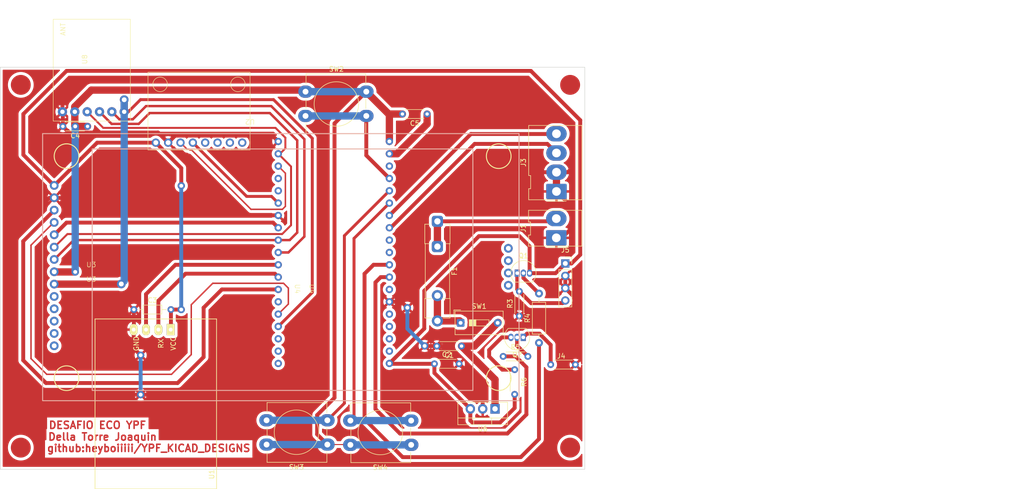
<source format=kicad_pcb>
(kicad_pcb (version 20241229) (generator "pcbnew") (generator_version "9.0")
  (layers (0 "F.Cu" signal) (2 "B.Cu" signal) (13 "F.Paste" user) (15 "B.Paste" user) (5 "F.SilkS" user "F.Silkscreen") (7 "B.SilkS" user "B.Silkscreen") (1 "F.Mask" user) (3 "B.Mask" user) (25 "Edge.Cuts" user))
  (net 0 "")
  (net 1 "GND")
  (net 2 "Net-(J1-Pin_2)")
  (net 3 "VCC")
  (net 4 "Net-(J4-Pin_1)")
  (net 5 "Net-(Q1-B)")
  (net 6 "Net-(Q2-C)")
  (net 7 "Net-(Q2-B)")
  (net 8 "ACS")
  (net 9 "Servo_C")
  (net 10 "Bocina_C")
  (net 11 "VBAT_U")
  (net 12 "VIN")
  (net 13 "Option1")
  (net 14 "3.3V")
  (net 15 "Option2")
  (net 16 "Option3")
  (net 17 "RX_GPS")
  (net 18 "TX_GPS")
  (net 19 "SCL_MPU")
  (net 20 "SDA_MPU")
  (net 22 "SCK_Lora_TFT")
  (net 25 "RST_TFT")
  (net 26 "MISO_LORA_TFT")
  (net 27 "CS_TFT")
  (net 30 "DC_TFT")
  (net 32 "MOSI_Lora_TFT")
  (net 38 "Net-(U4-EN)")
  (net 55 "CS_Lora")
  (net 56 "Net-(SW1A-A)")
  (net 57 "Net-(J5-Pin_4)")
  (footprint "LORA:SHIELD XL1278" (layer "F.Cu") (at 80.055 19.095 90)
    (property "Reference" "U8" (at -8.255 9.025 90) (layer "F.SilkS") (effects (font (thickness 0.1))))
    (property "Value" "~")
    (fp_text user "ANT" (at -3.45 5.15 90) (layer "F.SilkS") (effects (font (thickness 0.1)) (justify left bottom)))
    (pad "1" thru_hole circle (at -19.05 4.445 90) (size 1.905 1.905) (drill 0.9) (layers "*.Cu" "*.Mask") (net 1 "GND"))
    (pad "5" thru_hole circle (at -19.05 6.985 90) (size 1.905 1.905) (drill 0.9) (layers "*.Cu" "*.Mask") (net 14 "3.3V"))
    (pad "7" thru_hole circle (at -19.05 9.525 90) (size 1.905 1.905) (drill 0.9) (layers "*.Cu" "*.Mask") (net 32 "MOSI_Lora_TFT"))
    (pad "8" thru_hole circle (at -19.05 12.065 90) (size 1.905 1.905) (drill 0.9) (layers "*.Cu" "*.Mask") (net 22 "SCK_Lora_TFT"))
    (pad "9" thru_hole circle (at -19.05 14.605 90) (size 1.905 1.905) (drill 0.9) (layers "*.Cu" "*.Mask") (net 55 "CS_Lora"))
    (pad "11" thru_hole circle (at -19.05 17.145 90) (size 1.905 1.905) (drill 0.9) (layers "*.Cu" "*.Mask") (net 26 "MISO_LORA_TFT"))
  )
  (footprint "Package_TO_SOT_THT:TO-92_Inline" (layer "F.Cu") (at 178.054 71.374)
    (property "Reference" "Q1" (at 1.27 -3.56 0) (layer "F.SilkS"))
    (property "Value" "2N3904")
    (pad "1" thru_hole rect (at 0 0) (size 1.05 1.5) (drill 0.75) (layers "*.Cu" "*.Mask") (net 57 "Net-(J5-Pin_4)"))
    (pad "2" thru_hole oval (at 1.27 0) (size 1.05 1.5) (drill 0.75) (layers "*.Cu" "*.Mask") (net 5 "Net-(Q1-B)"))
    (pad "3" thru_hole oval (at 2.54 0) (size 1.05 1.5) (drill 0.75) (layers "*.Cu" "*.Mask") (net 3 "VCC"))
  )
  (footprint "" (layer "F.Cu") (at 108.93 78.87)
    (property "Reference" "" (at 0 0 0) (layer "F.SilkS") (effects (font (size 1.27 1.27))))
    (property "Value" "")
    (pad "" thru_hole circle (at 0 0 270) (size 1.5 1.5) (drill 0.8) (property pad_prop_mechanical) (layers "*.Cu" "*.Mask") (net 3 "VCC"))
  )
  (footprint "Package_TO_SOT_THT:TO-220-3_Vertical" (layer "F.Cu") (at 173.482 99.314 180)
    (property "Reference" "U6" (at 2.54 -4.1 0) (layer "F.SilkS"))
    (property "Value" "L7805")
    (pad "1" thru_hole rect (at 0 0 180) (size 1.905 2) (drill 1.1) (layers "*.Cu" "*.Mask") (net 12 "VIN"))
    (pad "2" thru_hole oval (at 2.54 0 180) (size 1.905 2) (drill 1.1) (layers "*.Cu" "*.Mask") (net 1 "GND"))
    (pad "3" thru_hole oval (at 5.08 0 180) (size 1.905 2) (drill 1.1) (layers "*.Cu" "*.Mask") (net 3 "VCC"))
  )
  (footprint "Resistor_THT:R_Axial_DIN0204_L3.6mm_D1.6mm_P5.08mm_Horizontal" (layer "F.Cu") (at 89.662 41.148 180)
    (property "Reference" "C4" (at 2.54 -1.92 0) (layer "F.SilkS"))
    (property "Value" "1uF")
    (pad "1" thru_hole circle (at 0 0 180) (size 1.4 1.4) (drill 0.7) (layers "*.Cu" "*.Mask") (net 14 "3.3V"))
    (pad "2" thru_hole circle (at 5.08 0 180) (size 1.4 1.4) (drill 0.7) (layers "*.Cu" "*.Mask") (net 1 "GND"))
  )
  (footprint "Resistor_THT:R_Axial_DIN0204_L3.6mm_D1.6mm_P5.08mm_Horizontal" (layer "F.Cu") (at 175.154 88.514)
    (property "Reference" "R5" (at 2.54 -1.92 0) (layer "F.SilkS"))
    (property "Value" "10k")
    (pad "1" thru_hole circle (at 0 0) (size 1.4 1.4) (drill 0.7) (layers "*.Cu" "*.Mask") (net 10 "Bocina_C"))
    (pad "2" thru_hole circle (at 5.08 0) (size 1.4 1.4) (drill 0.7) (layers "*.Cu" "*.Mask") (net 7 "Net-(Q2-B)"))
  )
  (footprint "my_esp32:esp32" (layer "F.Cu") (at 135.32 74.61 -90)
    (property "Reference" "U4" (at 0 -0.5 270) (layer "F.SilkS") (effects (font (thickness 0.1))))
    (property "Value" "~")
    (fp_text user "${REFERENCE}" (at 0 2.5 270) (layer "F.SilkS") (effects (font (thickness 0.1))))
    (pad "1" thru_hole circle (at -30.36 -16.43 270) (size 1.5 1.5) (drill 0.8) (property pad_prop_mechanical) (layers "*.Cu" "*.Mask") (net 14 "3.3V"))
    (pad "2" thru_hole circle (at -27.82 -16.43 270) (size 1.5 1.5) (drill 0.8) (property pad_prop_mechanical) (layers "*.Cu" "*.Mask") (net 38 "Net-(U4-EN)"))
    (pad "3" thru_hole circle (at -25.28 -16.43 270) (size 1.5 1.5) (drill 0.8) (property pad_prop_mechanical) (layers "*.Cu" "*.Mask"))
    (pad "4" thru_hole circle (at -22.74 -16.43 270) (size 1.5 1.5) (drill 0.8) (property pad_prop_mechanical) (layers "*.Cu" "*.Mask") (net 13 "Option1"))
    (pad "5" thru_hole circle (at -20.2 -16.43 270) (size 1.5 1.5) (drill 0.8) (property pad_prop_mechanical) (layers "*.Cu" "*.Mask") (net 15 "Option2"))
    (pad "6" thru_hole circle (at -17.66 -16.43 270) (size 1.5 1.5) (drill 0.8) (property pad_prop_mechanical) (layers "*.Cu" "*.Mask") (net 16 "Option3"))
    (pad "7" thru_hole circle (at -15.12 -16.43 270) (size 1.5 1.5) (drill 0.8) (property pad_prop_mechanical) (layers "*.Cu" "*.Mask") (net 11 "VBAT_U"))
    (pad "8" thru_hole circle (at -12.58 -16.43 270) (size 1.5 1.5) (drill 0.8) (property pad_prop_mechanical) (layers "*.Cu" "*.Mask") (net 8 "ACS"))
    (pad "9" thru_hole circle (at -10.04 -16.43 270) (size 1.5 1.5) (drill 0.8) (property pad_prop_mechanical) (layers "*.Cu" "*.Mask"))
    (pad "10" thru_hole circle (at -7.5 -16.43 270) (size 1.5 1.5) (drill 0.8) (property pad_prop_mechanical) (layers "*.Cu" "*.Mask"))
    (pad "11" thru_hole circle (at -4.96 -16.43 270) (size 1.5 1.5) (drill 0.8) (property pad_prop_mechanical) (layers "*.Cu" "*.Mask") (net 9 "Servo_C"))
    (pad "12" thru_hole circle (at -2.42 -16.43 270) (size 1.5 1.5) (drill 0.8) (property pad_prop_mechanical) (layers "*.Cu" "*.Mask") (net 10 "Bocina_C"))
    (pad "13" thru_hole circle (at 0.12 -16.43 270) (size 1.5 1.5) (drill 0.8) (property pad_prop_mechanical) (layers "*.Cu" "*.Mask"))
    (pad "14" thru_hole circle (at 2.66 -16.43 270) (size 1.5 1.5) (drill 0.8) (property pad_prop_mechanical) (layers "*.Cu" "*.Mask") (net 1 "GND"))
    (pad "15" thru_hole circle (at 5.2 -16.43 270) (size 1.5 1.5) (drill 0.8) (property pad_prop_mechanical) (layers "*.Cu" "*.Mask"))
    (pad "16" thru_hole circle (at 7.74 -16.43 270) (size 1.5 1.5) (drill 0.8) (property pad_prop_mechanical) (layers "*.Cu" "*.Mask"))
    (pad "17" thru_hole circle (at 10.28 -16.43 270) (size 1.5 1.5) (drill 0.8) (property pad_prop_mechanical) (layers "*.Cu" "*.Mask"))
    (pad "18" thru_hole circle (at 12.82 -16.43 270) (size 1.5 1.5) (drill 0.8) (property pad_prop_mechanical) (layers "*.Cu" "*.Mask"))
    (pad "19" thru_hole circle (at 15.36 -16.43 270) (size 1.5 1.5) (drill 0.8) (property pad_prop_mechanical) (layers "*.Cu" "*.Mask") (net 3 "VCC"))
    (pad "20" thru_hole circle (at -30.36 6.43 270) (size 1.5 1.5) (drill 0.8) (property pad_prop_mechanical) (layers "*.Cu" "*.Mask") (net 1 "GND"))
    (pad "21" thru_hole circle (at -27.82 6.43 270) (size 1.5 1.5) (drill 0.8) (property pad_prop_mechanical) (layers "*.Cu" "*.Mask") (net 32 "MOSI_Lora_TFT"))
    (pad "22" thru_hole circle (at -25.28 6.43 270) (size 1.5 1.5) (drill 0.8) (property pad_prop_mechanical) (layers "*.Cu" "*.Mask") (net 19 "SCL_MPU"))
    (pad "23" thru_hole circle (at -22.74 6.43 270) (size 1.5 1.5) (drill 0.8) (property pad_prop_mechanical) (layers "*.Cu" "*.Mask"))
    (pad "24" thru_hole circle (at -20.2 6.43 270) (size 1.5 1.5) (drill 0.8) (property pad_prop_mechanical) (layers "*.Cu" "*.Mask"))
    (pad "25" thru_hole circle (at -17.66 6.43 270) (size 1.5 1.5) (drill 0.8) (property pad_prop_mechanical) (layers "*.Cu" "*.Mask") (net 20 "SDA_MPU"))
    (pad "26" thru_hole circle (at -15.12 6.43 270) (size 1.5 1.5) (drill 0.8) (property pad_prop_mechanical) (layers "*.Cu" "*.Mask") (net 1 "GND"))
    (pad "27" thru_hole circle (at -12.58 6.43 270) (size 1.5 1.5) (drill 0.8) (property pad_prop_mechanical) (layers "*.Cu" "*.Mask") (net 30 "DC_TFT"))
    (pad "28" thru_hole circle (at -10.04 6.43 270) (size 1.5 1.5) (drill 0.8) (property pad_prop_mechanical) (layers "*.Cu" "*.Mask") (net 22 "SCK_Lora_TFT"))
    (pad "29" thru_hole circle (at -7.5 6.43 270) (size 1.5 1.5) (drill 0.8) (property pad_prop_mechanical) (layers "*.Cu" "*.Mask") (net 55 "CS_Lora"))
    (pad "30" thru_hole circle (at -4.96 6.43 270) (size 1.5 1.5) (drill 0.8) (property pad_prop_mechanical) (layers "*.Cu" "*.Mask") (net 18 "TX_GPS"))
    (pad "31" thru_hole circle (at -2.42 6.43 270) (size 1.5 1.5) (drill 0.8) (property pad_prop_mechanical) (layers "*.Cu" "*.Mask") (net 17 "RX_GPS"))
    (pad "32" thru_hole circle (at 0.12 6.43 270) (size 1.5 1.5) (drill 0.8) (property pad_prop_mechanical) (layers "*.Cu" "*.Mask") (net 27 "CS_TFT"))
    (pad "33" thru_hole circle (at 2.66 6.43 270) (size 1.5 1.5) (drill 0.8) (property pad_prop_mechanical) (layers "*.Cu" "*.Mask"))
    (pad "34" thru_hole circle (at 5.2 6.43 270) (size 1.5 1.5) (drill 0.8) (property pad_prop_mechanical) (layers "*.Cu" "*.Mask") (net 25 "RST_TFT"))
    (pad "35" thru_hole circle (at 7.74 6.43 270) (size 1.5 1.5) (drill 0.8) (property pad_prop_mechanical) (layers "*.Cu" "*.Mask") (net 26 "MISO_LORA_TFT"))
    (pad "36" thru_hole circle (at 10.28 6.43 270) (size 1.5 1.5) (drill 0.8) (property pad_prop_mechanical) (layers "*.Cu" "*.Mask"))
    (pad "37" thru_hole circle (at 12.82 6.43 270) (size 1.5 1.5) (drill 0.8) (property pad_prop_mechanical) (layers "*.Cu" "*.Mask"))
    (pad "38" thru_hole circle (at 15.36 6.43 270) (size 1.5 1.5) (drill 0.8) (property pad_prop_mechanical) (layers "*.Cu" "*.Mask"))
  )
  (footprint "Resistor_THT:R_Axial_DIN0204_L3.6mm_D1.6mm_P7.62mm_Horizontal" (layer "F.Cu") (at 99.19 78.87)
    (property "Reference" "C3" (at 3.81 -1.92 0) (layer "F.SilkS"))
    (property "Value" "1uF")
    (pad "1" thru_hole circle (at 0 0) (size 1.4 1.4) (drill 0.7) (layers "*.Cu" "*.Mask") (net 1 "GND"))
    (pad "2" thru_hole circle (at 7.62 0) (size 1.4 1.4) (drill 0.7) (layers "*.Cu" "*.Mask") (net 3 "VCC"))
  )
  (footprint "Button_Switch_THT:SW_PUSH-12mm_Wuerth-430476085716" (layer "F.Cu") (at 134.5 34)
    (property "Reference" "SW2" (at 6.35 -4.66 0) (layer "F.SilkS"))
    (property "Value" "SW1")
    (pad "1" thru_hole oval (at 0 0) (size 3 2.5) (drill 1.2) (layers "*.Cu" "*.Mask") (net 14 "3.3V"))
    (pad "1" thru_hole oval (at 12.5 0) (size 3 2.5) (drill 1.2) (layers "*.Cu" "*.Mask") (net 14 "3.3V"))
    (pad "2" thru_hole oval (at 0 5) (size 3 2.5) (drill 1.2) (layers "*.Cu" "*.Mask") (net 13 "Option1"))
    (pad "2" thru_hole oval (at 12.5 5) (size 3 2.5) (drill 1.2) (layers "*.Cu" "*.Mask") (net 13 "Option1"))
  )
  (footprint "Package_TO_SOT_THT:TO-92_Inline" (layer "F.Cu") (at 179.294 84.594 180)
    (property "Reference" "Q2" (at 1.27 -3.56 0) (layer "F.SilkS"))
    (property "Value" "2N3904")
    (pad "1" thru_hole rect (at 0 0 180) (size 1.05 1.5) (drill 0.75) (layers "*.Cu" "*.Mask") (net 4 "Net-(J4-Pin_1)"))
    (pad "2" thru_hole oval (at 1.27 0 180) (size 1.05 1.5) (drill 0.75) (layers "*.Cu" "*.Mask") (net 7 "Net-(Q2-B)"))
    (pad "3" thru_hole oval (at 2.54 0 180) (size 1.05 1.5) (drill 0.75) (layers "*.Cu" "*.Mask") (net 6 "Net-(Q2-C)"))
  )
  (footprint "MPU6050:module_MPU6050" (layer "F.Cu") (at 119.09 36.5 90)
    (property "Reference" "U2" (at -3.69 3.99 180) (layer "F.SilkS") (effects (font (thickness 0.1))))
    (property "Value" "module_mpu6050")
    (pad "1" thru_hole circle (at -8 -15.39 90) (size 1.7 1.7) (drill 1) (layers "*.Cu" "*.Mask") (net 3 "VCC"))
    (pad "2" thru_hole circle (at -8 -12.85 90) (size 1.7 1.7) (drill 1) (layers "*.Cu" "*.Mask") (net 1 "GND"))
    (pad "3" thru_hole circle (at -8 -10.31 90) (size 1.7 1.7) (drill 1) (layers "*.Cu" "*.Mask") (net 19 "SCL_MPU"))
    (pad "4" thru_hole circle (at -8 -7.77 90) (size 1.7 1.7) (drill 1) (layers "*.Cu" "*.Mask") (net 20 "SDA_MPU"))
    (pad "5" thru_hole circle (at -8 -5.23 90) (size 1.7 1.7) (drill 1) (layers "*.Cu" "*.Mask"))
    (pad "6" thru_hole circle (at -8 -2.69 90) (size 1.7 1.7) (drill 1) (layers "*.Cu" "*.Mask"))
    (pad "7" thru_hole circle (at -8 -0.15 90) (size 1.7 1.7) (drill 1) (layers "*.Cu" "*.Mask"))
    (pad "8" thru_hole circle (at -8 2.39 90) (size 1.7 1.7) (drill 1) (layers "*.Cu" "*.Mask"))
  )
  (footprint "GY-NEO6MV2:GY-NEO6MV2" (layer "F.Cu") (at 116.2 80.8 90)
    (property "Reference" "U1" (at -32 -1 90) (layer "F.SilkS"))
    (property "Value" "~")
    (fp_text user "RX" (at -5.08 -11.43 90) (layer "F.SilkS"))
    (fp_text user "VCC" (at -5.08 -8.89 90) (layer "F.SilkS"))
    (fp_text user "GND" (at -5.08 -16.51 90) (layer "F.SilkS"))
    (pad "1" thru_hole rect (at -2.2 -9.43 90) (size 2.3 1.6) (drill 0.8) (layers "*.Cu" "*.Mask" "F.SilkS") (net 3 "VCC"))
    (pad "2" thru_hole oval (at -2.2 -11.97 90) (size 2.3 1.6) (drill 0.8) (layers "*.Cu" "*.Mask" "F.SilkS") (net 17 "RX_GPS"))
    (pad "3" thru_hole oval (at -2.2 -14.51 90) (size 2.3 1.6) (drill 0.8) (layers "*.Cu" "*.Mask" "F.SilkS") (net 18 "TX_GPS"))
    (pad "4" thru_hole oval (at -2.2 -17.05 90) (size 2.3 1.6) (drill 0.8) (layers "*.Cu" "*.Mask" "F.SilkS") (net 1 "GND"))
  )
  (footprint "Button_Switch_THT:SW_PUSH-12mm_Wuerth-430476085716" (layer "F.Cu") (at 156.23 106.73 180)
    (property "Reference" "SW4" (at 6.35 -4.66 0) (layer "F.SilkS"))
    (property "Value" "SW_DPST_x2")
    (pad "1" thru_hole oval (at 0 0 180) (size 3 2.5) (drill 1.2) (layers "*.Cu" "*.Mask") (net 14 "3.3V"))
    (pad "1" thru_hole oval (at 12.5 0 180) (size 3 2.5) (drill 1.2) (layers "*.Cu" "*.Mask") (net 14 "3.3V"))
    (pad "2" thru_hole oval (at 0 5 180) (size 3 2.5) (drill 1.2) (layers "*.Cu" "*.Mask") (net 16 "Option3"))
    (pad "2" thru_hole oval (at 12.5 5 180) (size 3 2.5) (drill 1.2) (layers "*.Cu" "*.Mask") (net 16 "Option3"))
  )
  (footprint "" (layer "F.Cu") (at 96.6 73.6)
    (property "Reference" "" (at 0 0 0) (layer "F.SilkS") (effects (font (size 1.27 1.27))))
    (property "Value" "")
    (pad "9" thru_hole circle (at 0 0) (size 1.8 1.8) (drill 1) (layers "*.Cu" "*.Mask") (net 26 "MISO_LORA_TFT"))
  )
  (footprint "Resistor_THT:R_Axial_DIN0204_L3.6mm_D1.6mm_P5.08mm_Horizontal" (layer "F.Cu") (at 159.512 38.608 180)
    (property "Reference" "C5" (at 2.54 -1.92 0) (layer "F.SilkS"))
    (property "Value" "1uF")
    (pad "1" thru_hole circle (at 0 0 180) (size 1.4 1.4) (drill 0.7) (layers "*.Cu" "*.Mask") (net 38 "Net-(U4-EN)"))
    (pad "2" thru_hole circle (at 5.08 0 180) (size 1.4 1.4) (drill 0.7) (layers "*.Cu" "*.Mask") (net 14 "3.3V"))
  )
  (footprint "" (layer "F.Cu") (at 87.122 41.148)
    (property "Reference" "" (at 0 0 0) (layer "F.SilkS") (effects (font (size 1.27 1.27))))
    (property "Value" "")
    (pad "" thru_hole circle (at 0 0 270) (size 1.5 1.5) (drill 0.8) (property pad_prop_mechanical) (layers "*.Cu" "*.Mask") (net 14 "3.3V"))
  )
  (footprint "" (layer "F.Cu") (at 100.584 88.265)
    (property "Reference" "" (at 0 0 0) (layer "F.SilkS") (effects (font (size 1.27 1.27))))
    (property "Value" "")
    (pad "" thru_hole circle (at 0 0 270) (size 1.5 1.5) (drill 0.8) (property pad_prop_mechanical) (layers "*.Cu" "*.Mask") (net 1 "GND"))
  )
  (footprint "Resistor_THT:R_Axial_DIN0204_L3.6mm_D1.6mm_P5.08mm_Horizontal" (layer "F.Cu") (at 178.484 80.204 90)
    (property "Reference" "R3" (at 2.54 -1.92 90) (layer "F.SilkS"))
    (property "Value" "10k")
    (pad "1" thru_hole circle (at 0 0 90) (size 1.4 1.4) (drill 0.7) (layers "*.Cu" "*.Mask") (net 1 "GND"))
    (pad "2" thru_hole circle (at 5.08 0 90) (size 1.4 1.4) (drill 0.7) (layers "*.Cu" "*.Mask") (net 57 "Net-(J5-Pin_4)"))
  )
  (footprint "Connector_Molex:Molex_KK-396_5273-02A_1x02_P3.96mm_Vertical" (layer "F.Cu") (at 186.09 64.1 90)
    (property "Reference" "J1" (at 1.98 -6.8 90) (layer "F.SilkS"))
    (property "Value" "BATERIAS_PC")
    (pad "1" thru_hole roundrect (at 0 0 90) (size 3.16 4.2) (drill 1.8) (layers "*.Cu" "*.Mask") (roundrect_rratio 0.079114) (net 1 "GND"))
    (pad "2" thru_hole oval (at 3.96 0 90) (size 3.16 4.2) (drill 1.8) (layers "*.Cu" "*.Mask") (net 2 "Net-(J1-Pin_2)"))
  )
  (footprint "Fuse:Fuseholder_Clip-5x20mm_Littelfuse_445-030_Inline_P20.50x5.20mm_D1.30mm_Horizontal" (layer "F.Cu") (at 161.63 60.7 -90)
    (property "Reference" "F1" (at 10.25 -3.5 90) (layer "F.SilkS"))
    (property "Value" "Fuse")
    (pad "1" thru_hole roundrect (at 0 0 270) (size 2.3 2.3) (drill 1.3) (layers "*.Cu" "*.Mask") (net 2 "Net-(J1-Pin_2)"))
    (pad "1" thru_hole roundrect (at 5.2 0 270) (size 2.3 2.3) (drill 1.3) (layers "*.Cu" "*.Mask") (net 2 "Net-(J1-Pin_2)"))
    (pad "2" thru_hole circle (at 15.3 0 270) (size 2.3 2.3) (drill 1.3) (layers "*.Cu" "*.Mask") (net 56 "Net-(SW1A-A)"))
    (pad "2" thru_hole circle (at 20.5 0 270) (size 2.3 2.3) (drill 1.3) (layers "*.Cu" "*.Mask") (net 56 "Net-(SW1A-A)"))
  )
  (footprint "Resistor_THT:R_Axial_DIN0204_L3.6mm_D1.6mm_P5.08mm_Horizontal" (layer "F.Cu") (at 166.59 86.39 180)
    (property "Reference" "C1" (at 2.54 -1.92 0) (layer "F.SilkS"))
    (property "Value" "1uF")
    (pad "1" thru_hole circle (at 0 0 180) (size 1.4 1.4) (drill 0.7) (layers "*.Cu" "*.Mask") (net 12 "VIN"))
    (pad "2" thru_hole circle (at 5.08 0 180) (size 1.4 1.4) (drill 0.7) (layers "*.Cu" "*.Mask") (net 1 "GND"))
  )
  (footprint "Connector_Molex:Molex_KK-396_5273-04A_1x04_P3.96mm_Vertical" (layer "F.Cu") (at 186.12 54.55 90)
    (property "Reference" "J3" (at 5.94 -6.8 90) (layer "F.SilkS"))
    (property "Value" "Screw_Terminal_01x04")
    (pad "1" thru_hole roundrect (at 0 0 90) (size 3.16 4.2) (drill 1.8) (layers "*.Cu" "*.Mask") (roundrect_rratio 0.079114) (net 1 "GND"))
    (pad "2" thru_hole oval (at 3.96 0 90) (size 3.16 4.2) (drill 1.8) (layers "*.Cu" "*.Mask") (net 1 "GND"))
    (pad "3" thru_hole oval (at 7.92 0 90) (size 3.16 4.2) (drill 1.8) (layers "*.Cu" "*.Mask") (net 8 "ACS"))
    (pad "4" thru_hole oval (at 11.88 0 90) (size 3.16 4.2) (drill 1.8) (layers "*.Cu" "*.Mask") (net 11 "VBAT_U"))
  )
  (footprint "" (layer "F.Cu") (at 87.122 71.12)
    (property "Reference" "" (at 0 0 0) (layer "F.SilkS") (effects (font (size 1.27 1.27))))
    (property "Value" "")
    (pad "" thru_hole circle (at 0 0 270) (size 1.5 1.5) (drill 0.8) (property pad_prop_mechanical) (layers "*.Cu" "*.Mask") (net 14 "3.3V"))
  )
  (footprint "" (layer "F.Cu") (at 108.94 53.38)
    (property "Reference" "" (at 0 0 0) (layer "F.SilkS") (effects (font (size 1.27 1.27))))
    (property "Value" "")
    (pad "" thru_hole circle (at 0 0 270) (size 1.5 1.5) (drill 0.8) (property pad_prop_mechanical) (layers "*.Cu" "*.Mask") (net 3 "VCC"))
  )
  (footprint "Connector_PinSocket_2.54mm:PinSocket_1x04_P2.54mm_Vertical" (layer "F.Cu") (at 187.94 69.38)
    (property "Reference" "J5" (at 0 -2.77 0) (layer "F.SilkS"))
    (property "Value" "Screw_Terminal_01x04")
    (pad "1" thru_hole rect (at 0 0) (size 1.7 1.7) (drill 1) (layers "*.Cu" "*.Mask") (net 3 "VCC"))
    (pad "2" thru_hole circle (at 0 2.54) (size 1.7 1.7) (drill 1) (layers "*.Cu" "*.Mask") (net 1 "GND"))
    (pad "3" thru_hole circle (at 0 5.08) (size 1.7 1.7) (drill 1) (layers "*.Cu" "*.Mask") (net 1 "GND"))
    (pad "4" thru_hole circle (at 0 7.62) (size 1.7 1.7) (drill 1) (layers "*.Cu" "*.Mask") (net 57 "Net-(J5-Pin_4)"))
  )
  (footprint "" (layer "F.Cu") (at 159.004 86.36)
    (property "Reference" "" (at 0 0 0) (layer "F.SilkS") (effects (font (size 1.27 1.27))))
    (property "Value" "")
    (pad "" thru_hole circle (at 0 0 270) (size 1.5 1.5) (drill 0.8) (property pad_prop_mechanical) (layers "*.Cu" "*.Mask") (net 1 "GND"))
  )
  (footprint "" (layer "F.Cu") (at 155.448 78.486)
    (property "Reference" "" (at 0 0 0) (layer "F.SilkS") (effects (font (size 1.27 1.27))))
    (property "Value" "")
    (pad "" thru_hole circle (at 0 0 270) (size 1.5 1.5) (drill 0.8) (property pad_prop_mechanical) (layers "*.Cu" "*.Mask") (net 1 "GND"))
  )
  (footprint "MODULOS:tft_3.5_display" (layer "F.Cu") (at 90.42 70.1375)
    (property "Reference" "U3" (at 0 -0.5 0) (layer "F.SilkS") (effects (font (thickness 0.1))))
    (property "Value" "~")
    (fp_text user "${REFERENCE}" (at 0 2.5 0) (layer "F.SilkS") (effects (font (thickness 0.1))))
    (pad "1" thru_hole circle (at -7.62 -16.8275) (size 1.8 1.8) (drill 1) (layers "*.Cu" "*.Mask") (net 3 "VCC"))
    (pad "2" thru_hole circle (at -7.62 -14.2875) (size 1.8 1.8) (drill 1) (layers "*.Cu" "*.Mask") (net 1 "GND"))
    (pad "3" thru_hole circle (at -7.62 -11.7475) (size 1.8 1.8) (drill 1) (layers "*.Cu" "*.Mask") (net 27 "CS_TFT"))
    (pad "4" thru_hole circle (at -7.62 -9.2075) (size 1.8 1.8) (drill 1) (layers "*.Cu" "*.Mask") (net 25 "RST_TFT"))
    (pad "5" thru_hole circle (at -7.62 -6.6675) (size 1.8 1.8) (drill 1) (layers "*.Cu" "*.Mask") (net 30 "DC_TFT"))
    (pad "6" thru_hole circle (at -7.62 -4.1275) (size 1.8 1.8) (drill 1) (layers "*.Cu" "*.Mask") (net 32 "MOSI_Lora_TFT"))
    (pad "7" thru_hole circle (at -7.62 -1.5875) (size 1.8 1.8) (drill 1) (layers "*.Cu" "*.Mask") (net 22 "SCK_Lora_TFT"))
    (pad "8" thru_hole circle (at -7.62 0.9525) (size 1.8 1.8) (drill 1) (layers "*.Cu" "*.Mask") (net 14 "3.3V"))
    (pad "9" thru_hole circle (at -7.62 3.4925) (size 1.8 1.8) (drill 1) (layers "*.Cu" "*.Mask") (net 26 "MISO_LORA_TFT"))
    (pad "10" thru_hole circle (at -7.62 6.0325) (size 1.8 1.8) (drill 1) (layers "*.Cu" "*.Mask"))
    (pad "11" thru_hole circle (at -7.62 8.5725) (size 1.8 1.8) (drill 1) (layers "*.Cu" "*.Mask"))
    (pad "12" thru_hole circle (at -7.62 11.1125) (size 1.8 1.8) (drill 1) (layers "*.Cu" "*.Mask"))
    (pad "13" thru_hole circle (at -7.62 13.6525) (size 1.8 1.8) (drill 1) (layers "*.Cu" "*.Mask"))
    (pad "14" thru_hole circle (at -7.62 16.1925) (size 1.8 1.8) (drill 1) (layers "*.Cu" "*.Mask"))
    (pad "15" thru_hole circle (at 85.8 -3.88) (size 1.8 1.8) (drill 1) (layers "*.Cu" "*.Mask"))
    (pad "16" thru_hole circle (at 85.8 -1.34) (size 1.8 1.8) (drill 1) (layers "*.Cu" "*.Mask"))
    (pad "17" thru_hole circle (at 85.8 1.2) (size 1.8 1.8) (drill 1) (layers "*.Cu" "*.Mask"))
    (pad "18" thru_hole circle (at 85.8 3.74) (size 1.8 1.8) (drill 1) (layers "*.Cu" "*.Mask"))
  )
  (footprint "" (layer "F.Cu") (at 100.584 96.393)
    (property "Reference" "" (at 0 0 0) (layer "F.SilkS") (effects (font (size 1.27 1.27))))
    (property "Value" "")
    (pad "" thru_hole circle (at 0 0 270) (size 1.5 1.5) (drill 0.8) (property pad_prop_mechanical) (layers "*.Cu" "*.Mask") (net 1 "GND"))
  )
  (footprint "Resistor_THT:R_Axial_DIN0207_L6.3mm_D2.5mm_P10.16mm_Horizontal" (layer "F.Cu") (at 182.524 85.724 90)
    (property "Reference" "R4" (at 5.08 -2.37 90) (layer "F.SilkS"))
    (property "Value" "10k")
    (pad "1" thru_hole circle (at 0 0 90) (size 1.6 1.6) (drill 0.8) (layers "*.Cu" "*.Mask") (net 9 "Servo_C"))
    (pad "2" thru_hole circle (at 10.16 0 90) (size 1.6 1.6) (drill 0.8) (layers "*.Cu" "*.Mask") (net 5 "Net-(Q1-B)"))
  )
  (footprint "" (layer "F.Cu") (at 97.2 35.66)
    (property "Reference" "" (at 0 0 0) (layer "F.SilkS") (effects (font (size 1.27 1.27))))
    (property "Value" "")
    (pad "9" thru_hole circle (at 0 0) (size 1.8 1.8) (drill 1) (layers "*.Cu" "*.Mask") (net 26 "MISO_LORA_TFT"))
  )
  (footprint "Resistor_THT:R_Axial_DIN0204_L3.6mm_D1.6mm_P5.08mm_Horizontal" (layer "F.Cu") (at 177.524 91.244 -90)
    (property "Reference" "R6" (at 2.54 -1.92 90) (layer "F.SilkS"))
    (property "Value" "10k")
    (pad "1" thru_hole circle (at 0 0 270) (size 1.4 1.4) (drill 0.7) (layers "*.Cu" "*.Mask") (net 6 "Net-(Q2-C)"))
    (pad "2" thru_hole circle (at 5.08 0 270) (size 1.4 1.4) (drill 0.7) (layers "*.Cu" "*.Mask") (net 3 "VCC"))
  )
  (footprint "Resistor_THT:R_Axial_DIN0204_L3.6mm_D1.6mm_P5.08mm_Horizontal" (layer "F.Cu") (at 184.93 90.2)
    (property "Reference" "J4" (at 2.166 -1.746 0) (layer "F.SilkS"))
    (property "Value" "BOCINA")
    (pad "1" thru_hole circle (at 0 0) (size 1.4 1.4) (drill 0.7) (layers "*.Cu" "*.Mask") (net 4 "Net-(J4-Pin_1)"))
    (pad "2" thru_hole circle (at 5.08 0) (size 1.4 1.4) (drill 0.7) (layers "*.Cu" "*.Mask") (net 1 "GND"))
  )
  (footprint "Button_Switch_THT:SW_PUSH-12mm_Wuerth-430476085716" (layer "F.Cu") (at 138.99 106.67 180)
    (property "Reference" "SW3" (at 6.35 -4.66 0) (layer "F.SilkS"))
    (property "Value" "SW_DPST_x2")
    (pad "1" thru_hole oval (at 0 0 180) (size 3 2.5) (drill 1.2) (layers "*.Cu" "*.Mask") (net 14 "3.3V"))
    (pad "1" thru_hole oval (at 12.5 0 180) (size 3 2.5) (drill 1.2) (layers "*.Cu" "*.Mask") (net 14 "3.3V"))
    (pad "2" thru_hole oval (at 0 5 180) (size 3 2.5) (drill 1.2) (layers "*.Cu" "*.Mask") (net 15 "Option2"))
    (pad "2" thru_hole oval (at 12.5 5 180) (size 3 2.5) (drill 1.2) (layers "*.Cu" "*.Mask") (net 15 "Option2"))
  )
  (footprint "Resistor_THT:R_Axial_DIN0204_L3.6mm_D1.6mm_P5.08mm_Horizontal" (layer "F.Cu") (at 161.01 90.04)
    (property "Reference" "C2" (at 2.54 -1.92 0) (layer "F.SilkS"))
    (property "Value" "0.33uF")
    (pad "1" thru_hole circle (at 0 0) (size 1.4 1.4) (drill 0.7) (layers "*.Cu" "*.Mask") (net 3 "VCC"))
    (pad "2" thru_hole circle (at 5.08 0) (size 1.4 1.4) (drill 0.7) (layers "*.Cu" "*.Mask") (net 1 "GND"))
  )
  (footprint "Button_Switch_THT:SW_DIP_SPSTx01_Slide_9.78x4.72mm_W7.62mm_P2.54mm" (layer "F.Cu") (at 166.4 81.61)
    (property "Reference" "SW1" (at 3.81 -3.42 0) (layer "F.SilkS"))
    (property "Value" "SW_DPST_x2")
    (pad "1" thru_hole roundrect (at 0 0) (size 1.6 1.6) (drill 0.8) (layers "*.Cu" "*.Mask") (roundrect_rratio 0.15625) (net 56 "Net-(SW1A-A)"))
    (pad "2" thru_hole circle (at 7.62 0) (size 1.6 1.6) (drill 0.8) (layers "*.Cu" "*.Mask") (net 12 "VIN"))
  )
  (gr_circle (center 75.93 107.3) (end 77.93 107.3) (stroke (width 0.1)) (fill yes) (layer "F.Cu"))
  (gr_circle (center 75.93 32.6) (end 77.93 32.6) (stroke (width 0.1)) (fill yes) (layer "F.Cu"))
  (gr_circle (center 188.93 32.6) (end 190.93 32.6) (stroke (width 0.1)) (fill yes) (layer "F.Cu"))
  (gr_circle (center 188.93 107.3) (end 190.93 107.3) (stroke (width 0.1)) (fill yes) (layer "F.Cu"))
  (gr_rect (start 71.701 28.974) (end 191.951 111.76) (stroke (width 0.1)) (fill no) (layer "Edge.Cuts"))
  (gr_text "github:heyboiiiii/YPF_KICAD_DESIGNS" (at 81.19 108.3 0) (layer "F.Cu") (effects (font (size 1.5 1.5) (thickness 0.3) (bold yes)) (justify left bottom)))
  (gr_text "Della Torre Joaquin" (at 81.4 105.95 0) (layer "F.Cu") (effects (font (size 1.5 1.5) (thickness 0.3) (bold yes)) (justify left bottom)))
  (gr_text "DESAFIO ECO YPF\n" (at 81.54 103.55 0) (layer "F.Cu") (effects (font (size 1.5 1.5) (thickness 0.3) (bold yes)) (justify left bottom)))
  (segment (start 185.42 55.25) (end 186.12 54.55) (width 0.8) (layer "F.Cu") (net 1))
  (segment (start 137.922 33.038) (end 137.922 94.722) (width 0.8) (layer "F.Cu") (net 1))
  (segment (start 151.75 77.27) (end 154.232 77.27) (width 0.8) (layer "F.Cu") (net 1))
  (segment (start 186.12 50.59) (end 188.46 50.59) (width 0.8) (layer "F.Cu") (net 1))
  (segment (start 163.826 84.074) (end 167.132 84.074) (width 0.8) (layer "F.Cu") (net 1))
  (segment (start 136.4816 31.5976) (end 137.922 33.038) (width 0.8) (layer "F.Cu") (net 1))
  (segment (start 178.484 80.204) (end 188.546 80.204) (width 0.8) (layer "F.Cu") (net 1))
  (segment (start 85.852 42.418) (end 104.158 42.418) (width 0.8) (layer "F.Cu") (net 1))
  (segment (start 153.26 77.27) (end 157.48 73.05) (width 0.8) (layer "F.Cu") (net 1))
  (segment (start 135.997 96.393) (end 100.584 96.393) (width 0.8) (layer "F.Cu") (net 1))
  (segment (start 189.4 61.94) (end 189.4 57.83) (width 0.8) (layer "F.Cu") (net 1))
  (segment (start 137.922 94.722) (end 136.124 96.52) (width 0.8) (layer "F.Cu") (net 1))
  (segment (start 107.691 43.049) (end 106.24 44.5) (width 0.8) (layer "F.Cu") (net 1))
  (segment (start 161.51 86.39) (end 159.034 86.39) (width 0.8) (layer "F.Cu") (net 1))
  (segment (start 188.546 88.736) (end 190.01 90.2) (width 0.8) (layer "F.Cu") (net 1))
  (segment (start 104.158 42.418) (end 106.24 44.5) (width 0.8) (layer "F.Cu") (net 1))
  (segment (start 167.132 84.074) (end 172.466 78.74) (width 0.8) (layer "F.Cu") (net 1))
  (segment (start 78.633 96.393) (end 100.584 96.393) (width 0.8) (layer "F.Cu") (net 1))
  (segment (start 187.94 71.92) (end 187.94 74.46) (width 0.8) (layer "F.Cu") (net 1))
  (segment (start 73.66 91.42) (end 78.633 96.393) (width 0.8) (layer "F.Cu") (net 1))
  (segment (start 178.484 80.204) (end 177.02 78.74) (width 0.8) (layer "F.Cu") (net 1))
  (segment (start 161.51 86.39) (end 163.826 84.074) (width 0.8) (layer "F.Cu") (net 1))
  (segment (start 99.19 82.96) (end 99.15 83) (width 0.8) (layer "F.Cu") (net 1))
  (segment (start 189.36 49.69) (end 189.36 41.7098) (width 0.8) (layer "F.Cu") (net 1))
  (segment (start 187.24 64.1) (end 189.4 61.94) (width 0.8) (layer "F.Cu") (net 1))
  (segment (start 84.5 36.15) (end 89.0524 31.5976) (width 0.8) (layer "F.Cu") (net 1))
  (segment (start 128.89 44.25) (end 127.689 43.049) (width 0.8) (layer "F.Cu") (net 1))
  (segment (start 99.19 78.87) (end 99.19 82.96) (width 0.8) (layer "F.Cu") (net 1))
  (segment (start 188.546 80.204) (end 188.546 88.736) (width 0.8) (layer "F.Cu") (net 1))
  (segment (start 159.034 86.39) (end 159.004 86.36) (width 0.8) (layer "F.Cu") (net 1))
  (segment (start 122.18435 59.4614) (end 128.8614 59.4614) (width 0.8) (layer "F.Cu") (net 1))
  (segment (start 82.793 55.8865) (end 86.9761 55.8865) (width 0.8) (layer "F.Cu") (net 1))
  (segment (start 139.3116 31.6484) (end 137.922 33.038) (width 0.8) (layer "F.Cu") (net 1))
  (segment (start 177.02 78.74) (end 172.466 78.74) (width 0.8) (layer "F.Cu") (net 1))
  (segment (start 73.66 64.008) (end 73.66 91.42) (width 0.8) (layer "F.Cu") (net 1))
  (segment (start 121.24455 58.5216) (end 122.18435 59.4614) (width 0.8) (layer "F.Cu") (net 1))
  (segment (start 170.942 94.892) (end 170.942 99.314) (width 0.8) (layer "F.Cu") (net 1))
  (segment (start 188.546 80.204) (end 190.38 78.37) (width 0.8) (layer "F.Cu") (net 1))
  (segment (start 190.38 78.37) (end 190.38 76.9) (width 0.8) (layer "F.Cu") (net 1))
  (segment (start 128.8614 59.4614) (end 128.89 59.49) (width 0.8) (layer "F.Cu") (net 1))
  (segment (start 86.9761 55.8865) (end 89.6112 58.5216) (width 0.8) (layer "F.Cu") (net 1))
  (segment (start 136.124 96.52) (end 135.997 96.393) (width 0.8) (layer "F.Cu") (net 1))
  (segment (start 189.4 57.83) (end 186.12 54.55) (width 0.8) (layer "F.Cu") (net 1))
  (segment (start 157.48 59.9186) (end 166.8086 50.59) (width 0.8) (layer "F.Cu") (net 1))
  (segment (start 190.38 76.9) (end 187.94 74.46) (width 0.8) (layer "F.Cu") (net 1))
  (segment (start 127.689 43.049) (end 107.691 43.049) (width 0.8) (layer "F.Cu") (net 1))
  (segment (start 99.15 83) (end 99.15 86.831) (width 0.8) (layer "F.Cu") (net 1))
  (segment (start 154.232 77.27) (end 155.448 78.486) (width 0.8) (layer "F.Cu") (net 1))
  (segment (start 166.8086 50.59) (end 186.12 50.59) (width 0.8) (layer "F.Cu") (net 1))
  (segment (start 188.46 50.59) (end 189.36 49.69) (width 0.8) (layer "F.Cu") (net 1))
  (segment (start 84.5 38.145) (end 84.5 36.15) (width 0.8) (layer "F.Cu") (net 1))
  (segment (start 186.09 64.1) (end 187.24 64.1) (width 0.8) (layer "F.Cu") (net 1))
  (segment (start 166.09 90.04) (end 170.942 94.892) (width 0.8) (layer "F.Cu") (net 1))
  (segment (start 82.793 55.8865) (end 81.7815 55.8865) (width 0.8) (layer "F.Cu") (net 1))
  (segment (start 84.582 41.148) (end 84.582 38.227) (width 0.8) (layer "F.Cu") (net 1))
  (segment (start 84.582 41.148) (end 85.852 42.418) (width 0.8) (layer "F.Cu") (net 1))
  (segment (start 84.582 38.227) (end 84.5 38.145) (width 0.8) (layer "F.Cu") (net 1))
  (segment (start 186.12 50.59) (end 186.12 54.55) (width 1.5) (layer "F.Cu") (net 1))
  (segment (start 189.36 41.7098) (end 179.2986 31.6484) (width 0.8) (layer "F.Cu") (net 1))
  (segment (start 161.51 86.39) (end 162.44 86.39) (width 0.8) (layer "F.Cu") (net 1))
  (segment (start 89.0524 31.5976) (end 136.4816 31.5976) (width 0.8) (layer "F.Cu") (net 1))
  (segment (start 151.75 77.27) (end 153.26 77.27) (width 0.8) (layer "F.Cu") (net 1))
  (segment (start 82.793 55.8865) (end 83.1135 55.8865) (width 0.8) (layer "F.Cu") (net 1))
  (segment (start 162.44 86.39) (end 166.09 90.04) (width 0.8) (layer "F.Cu") (net 1))
  (segment (start 81.7815 55.8865) (end 73.66 64.008) (width 0.8) (layer "F.Cu") (net 1))
  (segment (start 179.2986 31.6484) (end 139.3116 31.6484) (width 0.8) (layer "F.Cu") (net 1))
  (segment (start 89.6112 58.5216) (end 121.24455 58.5216) (width 0.8) (layer "F.Cu") (net 1))
  (segment (start 99.15 86.831) (end 100.584 88.265) (width 0.8) (layer "F.Cu") (net 1))
  (segment (start 157.48 73.05) (end 157.48 59.9186) (width 0.8) (layer "F.Cu") (net 1))
  (segment (start 155.448 78.486) (end 155.448 82.804) (width 0.8) (layer "B.Cu") (net 1))
  (segment (start 100.584 88.265) (end 100.584 96.393) (width 0.8) (layer "B.Cu") (net 1))
  (segment (start 155.448 82.804) (end 159.004 86.36) (width 0.8) (layer "B.Cu") (net 1))
  (segment (start 161.63 60.7) (end 185.53 60.7) (width 0.8) (layer "F.Cu") (net 2))
  (segment (start 161.63 60.7) (end 161.63 65.9) (width 1.5) (layer "F.Cu") (net 2))
  (segment (start 185.53 60.7) (end 186.09 60.14) (width 0.8) (layer "F.Cu") (net 2))
  (segment (start 103.7 44.5) (end 108.94 49.74) (width 0.8) (layer "F.Cu") (net 3))
  (segment (start 161.01 90.04) (end 161.01 91.922) (width 0.8) (layer "F.Cu") (net 3))
  (segment (start 191.008 67.58) (end 191.008 39.878) (width 0.8) (layer "F.Cu") (net 3))
  (segment (start 161.01 90.04) (end 151.82 90.04) (width 0.8) (layer "F.Cu") (net 3))
  (segment (start 106.81 78.87) (end 108.93 78.87) (width 0.8) (layer "F.Cu") (net 3))
  (segment (start 91.6395 44.5) (end 103.7 44.5) (width 0.8) (layer "F.Cu") (net 3))
  (segment (start 151.82 90.04) (end 151.75 89.97) (width 0.8) (layer "F.Cu") (net 3))
  (segment (start 158.9278 75.0062) (end 158.9278 82.7922) (width 0.8) (layer "F.Cu") (net 3))
  (segment (start 180.594 71.374) (end 180.594 65.854) (width 0.8) (layer "F.Cu") (net 3))
  (segment (start 174.5425 102.108) (end 177.524 99.1265) (width 0.8) (layer "F.Cu") (net 3))
  (segment (start 85.344 29.718) (end 76.454 38.608) (width 0.8) (layer "F.Cu") (net 3))
  (segment (start 180.594 71.374) (end 185.946 71.374) (width 0.8) (layer "F.Cu") (net 3))
  (segment (start 161.01 91.922) (end 168.402 99.314) (width 0.8) (layer "F.Cu") (net 3))
  (segment (start 168.791 102.108) (end 174.5425 102.108) (width 0.8) (layer "F.Cu") (net 3))
  (segment (start 82.793 53.3465) (end 91.6395 44.5) (width 0.8) (layer "F.Cu") (net 3))
  (segment (start 168.402 99.314) (end 168.402 101.719) (width 0.8) (layer "F.Cu") (net 3))
  (segment (start 178.494 63.754) (end 170.18 63.754) (width 0.8) (layer "F.Cu") (net 3))
  (segment (start 180.594 65.854) (end 178.494 63.754) (width 0.8) (layer "F.Cu") (net 3))
  (segment (start 185.946 71.374) (end 187.94 69.38) (width 0.8) (layer "F.Cu") (net 3))
  (segment (start 106.81 78.87) (end 106.81 82.96) (width 0.8) (layer "F.Cu") (net 3))
  (segment (start 76.454 47.0075) (end 82.793 53.3465) (width 0.8) (layer "F.Cu") (net 3))
  (segment (start 170.18 63.754) (end 158.9278 75.0062) (width 0.8) (layer "F.Cu") (net 3))
  (segment (start 180.848 29.718) (end 85.344 29.718) (width 0.8) (layer "F.Cu") (net 3))
  (segment (start 82.7995 53.34) (end 82.793 53.3465) (width 0.8) (layer "F.Cu") (net 3))
  (segment (start 177.524 99.1265) (end 177.524 96.324) (width 0.8) (layer "F.Cu") (net 3))
  (segment (start 158.9278 82.7922) (end 151.75 89.97) (width 0.8) (layer "F.Cu") (net 3))
  (segment (start 108.94 49.74) (end 108.94 53.38) (width 0.8) (layer "F.Cu") (net 3))
  (segment (start 187.94 69.38) (end 189.208 69.38) (width 0.8) (layer "F.Cu") (net 3))
  (segment (start 106.81 82.96) (end 106.77 83) (width 0.8) (layer "F.Cu") (net 3))
  (segment (start 168.402 101.719) (end 168.791 102.108) (width 0.8) (layer "F.Cu") (net 3))
  (segment (start 189.208 69.38) (end 191.008 67.58) (width 0.8) (layer "F.Cu") (net 3))
  (segment (start 76.454 38.608) (end 76.454 47.0075) (width 0.8) (layer "F.Cu") (net 3))
  (segment (start 191.008 39.878) (end 180.848 29.718) (width 0.8) (layer "F.Cu") (net 3))
  (segment (start 108.93 53.39) (end 108.94 53.38) (width 0.8) (layer "B.Cu") (net 3))
  (segment (start 108.93 78.87) (end 108.93 53.39) (width 0.8) (layer "B.Cu") (net 3))
  (segment (start 184.93 86.148686) (end 184.93 90.2) (width 0.8) (layer "F.Cu") (net 4))
  (segment (start 182.601314 83.82) (end 184.93 86.148686) (width 0.8) (layer "F.Cu") (net 4))
  (segment (start 180.068 83.82) (end 182.601314 83.82) (width 0.8) (layer "F.Cu") (net 4))
  (segment (start 179.294 84.594) (end 180.068 83.82) (width 0.8) (layer "F.Cu") (net 4))
  (segment (start 179.324 71.374) (end 179.324 72.364) (width 0.8) (layer "F.Cu") (net 5))
  (segment (start 179.324 72.364) (end 182.524 75.564) (width 0.8) (layer "F.Cu") (net 5))
  (segment (start 172.274 88.544) (end 174.974 91.244) (width 0.8) (layer "F.Cu") (net 6))
  (segment (start 174.974 91.244) (end 177.524 91.244) (width 0.8) (layer "F.Cu") (net 6))
  (segment (start 172.274 87.204) (end 172.274 88.544) (width 0.8) (layer "F.Cu") (net 6))
  (segment (start 176.754 84.594) (end 174.884 84.594) (width 0.8) (layer "F.Cu") (net 6))
  (segment (start 174.884 84.594) (end 172.274 87.204) (width 0.8) (layer "F.Cu") (net 6))
  (segment (start 178.024 86.304) (end 180.234 88.514) (width 0.8) (layer "F.Cu") (net 7))
  (segment (start 178.024 84.594) (end 178.024 86.304) (width 0.8) (layer "F.Cu") (net 7))
  (segment (start 169.2858 44.76) (end 152.0158 62.03) (width 0.8) (layer "F.Cu") (net 8))
  (segment (start 184.25 44.76) (end 169.2858 44.76) (width 0.8) (layer "F.Cu") (net 8))
  (segment (start 152.0158 62.03) (end 151.75 62.03) (width 0.8) (layer "F.Cu") (net 8))
  (segment (start 186.12 46.63) (end 184.25 44.76) (width 0.8) (layer "F.Cu") (net 8))
  (segment (start 146.64 71.5) (end 146.64 101.428) (width 0.8) (layer "F.Cu") (net 9))
  (segment (start 148.49 69.65) (end 146.64 71.5) (width 0.8) (layer "F.Cu") (net 9))
  (segment (start 146.64 101.428) (end 154.472 109.26) (width 0.8) (layer "F.Cu") (net 9))
  (segment (start 154.472 109.26) (end 178.776 109.26) (width 0.8) (layer "F.Cu") (net 9))
  (segment (start 151.75 69.65) (end 148.49 69.65) (width 0.8) (layer "F.Cu") (net 9))
  (segment (start 178.776 109.26) (end 182.524 105.512) (width 0.8) (layer "F.Cu") (net 9))
  (segment (start 182.524 105.512) (end 182.524 85.724) (width 0.8) (layer "F.Cu") (net 9))
  (segment (start 176.022 104.394) (end 179.934 100.482) (width 0.8) (layer "F.Cu") (net 10))
  (segment (start 179.934 90.744) (end 177.704 88.514) (width 0.8) (layer "F.Cu") (net 10))
  (segment (start 148.88 99.35) (end 153.924 104.394) (width 0.8) (layer "F.Cu") (net 10))
  (segment (start 149.969 72.19) (end 148.88 73.279) (width 0.8) (layer "F.Cu") (net 10))
  (segment (start 177.704 88.514) (end 175.154 88.514) (width 0.8) (layer "F.Cu") (net 10))
  (segment (start 151.75 72.19) (end 149.969 72.19) (width 0.8) (layer "F.Cu") (net 10))
  (segment (start 153.924 104.394) (end 176.022 104.394) (width 0.8) (layer "F.Cu") (net 10))
  (segment (start 148.88 73.279) (end 148.88 99.35) (width 0.8) (layer "F.Cu") (net 10))
  (segment (start 179.934 100.482) (end 179.934 90.744) (width 0.8) (layer "F.Cu") (net 10))
  (segment (start 186.33 42.72) (end 168.52 42.72) (width 0.8) (layer "F.Cu") (net 11))
  (segment (start 168.52 42.72) (end 151.75 59.49) (width 0.8) (layer "F.Cu") (net 11))
  (segment (start 169.23 86.39) (end 174.12 81.5) (width 1.5) (layer "F.Cu") (net 12))
  (segment (start 166.59 86.39) (end 169.23 86.39) (width 1.5) (layer "F.Cu") (net 12))
  (segment (start 173.482 99.314) (end 173.482 93.282) (width 1.5) (layer "F.Cu") (net 12))
  (segment (start 173.482 93.282) (end 166.59 86.39) (width 1.5) (layer "F.Cu") (net 12))
  (segment (start 147 47.12) (end 151.75 51.87) (width 0.8) (layer "F.Cu") (net 13))
  (segment (start 147 39) (end 147 47.12) (width 0.8) (layer "F.Cu") (net 13))
  (segment (start 134.5 39) (end 147 39) (width 1.5) (layer "B.Cu") (net 13))
  (segment (start 147 34) (end 151.75 38.75) (width 1.5) (layer "F.Cu") (net 14))
  (segment (start 143.67 106.67) (end 143.73 106.73) (width 0.2) (layer "F.Cu") (net 14))
  (segment (start 87.04 41.066) (end 87.122 41.148) (width 1.5) (layer "F.Cu") (net 14))
  (segment (start 87.04 37.091338) (end 87.04 38.145) (width 1.5) (layer "F.Cu") (net 14))
  (segment (start 136.889 100.601) (end 140.462 97.028) (width 0.8) (layer "F.Cu") (net 14))
  (segment (start 138.99 106.67) (end 143.67 106.67) (width 0.2) (layer "F.Cu") (net 14))
  (segment (start 136.652 104.332) (end 136.652 100.424) (width 0.2) (layer "F.Cu") (net 14))
  (segment (start 138.99 106.67) (end 136.889 104.569) (width 0.8) (layer "F.Cu") (net 14))
  (segment (start 140.462 40.538) (end 147 34) (width 0.8) (layer "F.Cu") (net 14))
  (segment (start 87.04 38.145) (end 87.04 41.066) (width 1.5) (layer "F.Cu") (net 14))
  (segment (start 87.1155 71.1265) (end 87.122 71.12) (width 1.5) (layer "F.Cu") (net 14))
  (segment (start 151.75 38.75) (end 151.75 44.25) (width 1.5) (layer "F.Cu") (net 14))
  (segment (start 140.462 97.028) (end 140.462 40.538) (width 0.8) (layer "F.Cu") (net 14))
  (segment (start 134.18 33.68) (end 90.451338 33.68) (width 1.5) (layer "F.Cu") (net 14))
  (segment (start 151.892 38.608) (end 151.75 38.75) (width 1.5) (layer "F.Cu") (net 14))
  (segment (start 136.889 104.569) (end 136.889 100.601) (width 0.8) (layer "F.Cu") (net 14))
  (segment (start 134.5 34) (end 134.18 33.68) (width 1.5) (layer "F.Cu") (net 14))
  (segment (start 87.122 41.148) (end 89.662 41.148) (width 1.5) (layer "F.Cu") (net 14))
  (segment (start 154.432 38.608) (end 151.892 38.608) (width 1.5) (layer "F.Cu") (net 14))
  (segment (start 90.451338 33.68) (end 87.04 37.091338) (width 1.5) (layer "F.Cu") (net 14))
  (segment (start 138.99 106.67) (end 136.652 104.332) (width 0.2) (layer "F.Cu") (net 14))
  (segment (start 82.793 71.1265) (end 87.1155 71.1265) (width 1.5) (layer "F.Cu") (net 14))
  (segment (start 87.122 41.148) (end 87.122 71.12) (width 1.5) (layer "B.Cu") (net 14))
  (segment (start 143.73 106.73) (end 156.23 106.73) (width 1.5) (layer "B.Cu") (net 14))
  (segment (start 126.49 106.67) (end 138.99 106.67) (width 1.5) (layer "B.Cu") (net 14))
  (segment (start 134.5 34) (end 147 34) (width 1.5) (layer "B.Cu") (net 14))
  (segment (start 138.99 101.67) (end 142.4915 98.1685) (width 0.6) (layer "F.Cu") (net 15))
  (segment (start 142.4915 63.6685) (end 142.4915 98.1685) (width 0.6) (layer "F.Cu") (net 15))
  (segment (start 151.75 54.41) (end 142.4915 63.6685) (width 0.6) (layer "F.Cu") (net 15))
  (segment (start 126.49 101.67) (end 138.99 101.67) (width 1.5) (layer "B.Cu") (net 15))
  (segment (start 151.75 56.95) (end 144.4752 64.2248) (width 0.6) (layer "F.Cu") (net 16))
  (segment (start 144.4752 64.2248) (end 144.4752 100.9848) (width 0.6) (layer "F.Cu") (net 16))
  (segment (start 144.4752 100.9848) (end 143.73 101.73) (width 0.6) (layer "F.Cu") (net 16))
  (segment (start 143.73 101.73) (end 156.23 101.73) (width 1.5) (layer "B.Cu") (net 16))
  (segment (start 109.8344 71.4756) (end 104.23 77.08) (width 0.8) (layer "F.Cu") (net 17))
  (segment (start 128.1756 71.4756) (end 109.8344 71.4756) (width 0.8) (layer "F.Cu") (net 17))
  (segment (start 128.89 72.19) (end 128.1756 71.4756) (width 0.8) (layer "F.Cu") (net 17))
  (segment (start 104.23 77.08) (end 104.23 83) (width 0.8) (layer "F.Cu") (net 17))
  (segment (start 101.69 75.7) (end 101.69 83) (width 0.8) (layer "F.Cu") (net 18))
  (segment (start 128.89 69.65) (end 107.74 69.65) (width 0.8) (layer "F.Cu") (net 18))
  (segment (start 107.74 69.65) (end 101.69 75.7) (width 0.8) (layer "F.Cu") (net 18))
  (segment (start 110.1 45.82) (end 110.51 45.82) (width 0.3) (layer "F.Cu") (net 19))
  (segment (start 108.78 44.5) (end 110.1 45.82) (width 0.3) (layer "F.Cu") (net 19))
  (segment (start 110.73 46.04) (end 111.09 46.04) (width 0.3) (layer "F.Cu") (net 19))
  (segment (start 130.36 57.61) (end 130.36 50.8) (width 0.3) (layer "F.Cu") (net 19))
  (segment (start 123.28 58.23) (end 129.74 58.23) (width 0.3) (layer "F.Cu") (net 19))
  (segment (start 110.51 45.82) (end 110.73 46.04) (width 0.3) (layer "F.Cu") (net 19))
  (segment (start 111.09 46.04) (end 123.28 58.23) (width 0.3) (layer "F.Cu") (net 19))
  (segment (start 130.36 50.8) (end 128.89 49.33) (width 0.3) (layer "F.Cu") (net 19))
  (segment (start 129.74 58.23) (end 130.36 57.61) (width 0.3) (layer "F.Cu") (net 19))
  (segment (start 111.32 44.5) (end 122.39 55.57) (width 0.6) (layer "F.Cu") (net 20))
  (segment (start 127.51 55.57) (end 128.89 56.95) (width 0.6) (layer "F.Cu") (net 20))
  (segment (start 122.39 55.57) (end 127.51 55.57) (width 0.6) (layer "F.Cu") (net 20))
  (segment (start 100.19 40.64) (end 102.43 38.4) (width 0.5) (layer "F.Cu") (net 22))
  (segment (start 86.8095 64.57) (end 128.89 64.57) (width 0.5) (layer "F.Cu") (net 22))
  (segment (start 131.23 64.57) (end 128.89 64.57) (width 0.5) (layer "F.Cu") (net 22))
  (segment (start 92.12 38.145) (end 94.615 40.64) (width 0.5) (layer "F.Cu") (net 22))
  (segment (start 132.79 44.04) (end 132.79 63.01) (width 0.5) (layer "F.Cu") (net 22))
  (segment (start 94.615 40.64) (end 100.19 40.64) (width 0.5) (layer "F.Cu") (net 22))
  (segment (start 82.793 68.5865) (end 86.8095 64.57) (width 0.5) (layer "F.Cu") (net 22))
  (segment (start 102.43 38.4) (end 127.15 38.4) (width 0.5) (layer "F.Cu") (net 22))
  (segment (start 127.15 38.4) (end 132.79 44.04) (width 0.5) (layer "F.Cu") (net 22))
  (segment (start 132.79 63.01) (end 131.23 64.57) (width 0.5) (layer "F.Cu") (net 22))
  (segment (start 82.6705 60.9665) (end 82.793 60.9665) (width 0.3) (layer "F.Cu") (net 25))
  (segment (start 128.89 79.81) (end 130.97 77.73) (width 0.3) (layer "F.Cu") (net 25))
  (segment (start 115.4132 73.4568) (end 110.998 77.872) (width 0.3) (layer "F.Cu") (net 25))
  (segment (start 110.998 88.138) (end 106.934 92.202) (width 0.3) (layer "F.Cu") (net 25))
  (segment (start 106.934 92.202) (end 81.262 92.202) (width 0.3) (layer "F.Cu") (net 25))
  (segment (start 78.03 88.97) (end 78.03 65.607) (width 0.3) (layer "F.Cu") (net 25))
  (segment (start 78.03 65.607) (end 82.6705 60.9665) (width 0.3) (layer "F.Cu") (net 25))
  (segment (start 110.998 77.872) (end 110.998 88.138) (width 0.3) (layer "F.Cu") (net 25))
  (segment (start 129.9718 73.4568) (end 115.4132 73.4568) (width 0.3) (layer "F.Cu") (net 25))
  (segment (start 130.97 77.73) (end 130.97 74.455) (width 0.3) (layer "F.Cu") (net 25))
  (segment (start 130.97 74.455) (end 129.9718 73.4568) (width 0.3) (layer "F.Cu") (net 25))
  (segment (start 81.262 92.202) (end 78.03 88.97) (width 0.3) (layer "F.Cu") (net 25))
  (segment (start 97.2 38.145) (end 98.055 38.145) (width 0.6) (layer "F.Cu") (net 26))
  (segment (start 135.89 43.61) (end 135.89 75.35) (width 0.6) (layer "F.Cu") (net 26))
  (segment (start 82.8 73.63) (end 96.57 73.63) (width 1.5) (layer "F.Cu") (net 26))
  (segment (start 100.56 35.64) (end 127.92 35.64) (width 0.6) (layer "F.Cu") (net 26))
  (segment (start 96.57 73.63) (end 96.6 73.6) (width 0.2) (layer "F.Cu") (net 26))
  (segment (start 127.92 35.64) (end 135.89 43.61) (width 0.6) (layer "F.Cu") (net 26))
  (segment (start 97.2 38.145) (end 97.2 35.66) (width 1.5) (layer "F.Cu") (net 26))
  (segment (start 98.055 38.145) (end 100.56 35.64) (width 0.6) (layer "F.Cu") (net 26))
  (segment (start 135.89 75.35) (end 128.89 82.35) (width 0.6) (layer "F.Cu") (net 26))
  (segment (start 97.2 35.66) (end 97.2 73) (width 1.5) (layer "B.Cu") (net 26))
  (segment (start 97.2 73) (end 96.6 73.6) (width 0.2) (layer "B.Cu") (net 26))
  (segment (start 76.43 64.7895) (end 76.43 89.32) (width 0.8) (layer "F.Cu") (net 27))
  (segment (start 82.793 58.4265) (end 76.43 64.7895) (width 0.8) (layer "F.Cu") (net 27))
  (segment (start 117.294 74.73) (end 113.538 78.486) (width 0.8) (layer "F.Cu") (net 27))
  (segment (start 113.538 78.486) (end 113.538 88.646) (width 0.8) (layer "F.Cu") (net 27))
  (segment (start 108.184 94) (end 81.11 94) (width 0.8) (layer "F.Cu") (net 27))
  (segment (start 128.89 74.73) (end 128.83 74.79) (width 0.2) (layer "F.Cu") (net 27))
  (segment (start 113.538 88.646) (end 108.184 94) (width 0.8) (layer "F.Cu") (net 27))
  (segment (start 128.89 74.73) (end 117.294 74.73) (width 0.8) (layer "F.Cu") (net 27))
  (segment (start 81.11 94) (end 76.43 89.32) (width 0.8) (layer "F.Cu") (net 27))
  (segment (start 127.82 60.96) (end 128.89 62.03) (width 0.8) (layer "F.Cu") (net 30))
  (segment (start 85.3395 60.96) (end 127.82 60.96) (width 0.8) (layer "F.Cu") (net 30))
  (segment (start 82.793 63.5065) (end 85.3395 60.96) (width 0.8) (layer "F.Cu") (net 30))
  (segment (start 129.232 46.79) (end 128.89 46.79) (width 0.4) (layer "F.Cu") (net 32))
  (segment (start 129.6956 63.319) (end 85.5205 63.319) (width 0.4) (layer "F.Cu") (net 32))
  (segment (start 131.5212 49.4212) (end 131.5212 61.4934) (width 0.4) (layer "F.Cu") (net 32))
  (segment (start 128.324178 41.4528) (end 130.3528 43.481422) (width 0.4) (layer "F.Cu") (net 32))
  (segment (start 128.89 46.79) (end 131.5212 49.4212) (width 0.4) (layer "F.Cu") (net 32))
  (segment (start 89.58 38.145) (end 92.8878 41.4528) (width 0.4) (layer "F.Cu") (net 32))
  (segment (start 92.8878 41.4528) (end 128.324178 41.4528) (width 0.4) (layer "F.Cu") (net 32))
  (segment (start 130.3528 45.6692) (end 129.232 46.79) (width 0.4) (layer "F.Cu") (net 32))
  (segment (start 131.5212 61.4934) (end 129.6956 63.319) (width 0.4) (layer "F.Cu") (net 32))
  (segment (start 130.3528 43.481422) (end 130.3528 45.6692) (width 0.4) (layer "F.Cu") (net 32))
  (segment (start 85.5205 63.319) (end 82.793 66.0465) (width 0.4) (layer "F.Cu") (net 32))
  (segment (start 159.512 40.64) (end 153.362 46.79) (width 1.5) (layer "F.Cu") (net 38))
  (segment (start 153.362 46.79) (end 151.75 46.79) (width 1.5) (layer "F.Cu") (net 38))
  (segment (start 159.512 38.608) (end 159.512 40.64) (width 1.5) (layer "F.Cu") (net 38))
  (segment (start 134.26 63.83) (end 130.98 67.11) (width 0.5) (layer "F.Cu") (net 55))
  (segment (start 98.97 39.69) (end 101.689844 36.970156) (width 0.5) (layer "F.Cu") (net 55))
  (segment (start 96.205 39.69) (end 98.97 39.69) (width 0.5) (layer "F.Cu") (net 55))
  (segment (start 127.440156 36.970156) (end 134.26 43.79) (width 0.5) (layer "F.Cu") (net 55))
  (segment (start 94.66 38.145) (end 96.205 39.69) (width 0.5) (layer "F.Cu") (net 55))
  (segment (start 130.98 67.11) (end 128.89 67.11) (width 0.5) (layer "F.Cu") (net 55))
  (segment (start 134.26 43.79) (end 134.26 63.83) (width 0.5) (layer "F.Cu") (net 55))
  (segment (start 101.689844 36.970156) (end 127.440156 36.970156) (width 0.5) (layer "F.Cu") (net 55))
  (segment (start 161.63 81.2) (end 161.63 76) (width 1.5) (layer "F.Cu") (net 56))
  (segment (start 166.2 81.2) (end 166.5 81.5) (width 1.5) (layer "F.Cu") (net 56))
  (segment (start 161.63 81.2) (end 166.2 81.2) (width 1.5) (layer "F.Cu") (net 56))
  (segment (start 180.914 77.554) (end 180.928 77.54) (width 0.8) (layer "F.Cu") (net 57))
  (segment (start 178.484 75.124) (end 180.914 77.554) (width 0.8) (layer "F.Cu") (net 57))
  (segment (start 178.054 71.374) (end 178.054 74.694) (width 0.8) (layer "F.Cu") (net 57))
  (segment (start 178.054 74.694) (end 178.484 75.124) (width 0.8) (layer "F.Cu") (net 57))
  (segment (start 180.928 77.54) (end 187.4 77.54) (width 0.8) (layer "F.Cu") (net 57))
  (segment (start 187.4 77.54) (end 187.94 77) (width 0.8) (layer "F.Cu") (net 57))
  (zone (net 1) (net_name "GND") (layer "F.Cu") (connect_pads (clearance 0.6)) (min_thickness 0.25) (fill yes (thermal_gap 0.5) (thermal_bridge_width 0.5))
    (polygon (pts (xy 71.83 28.99) (xy 191.93 28.95) (xy 191.91 111.73) (xy 71.7 111.77) (xy 71.72 28.99) (xy 71.84 29)))
  )
)
</source>
